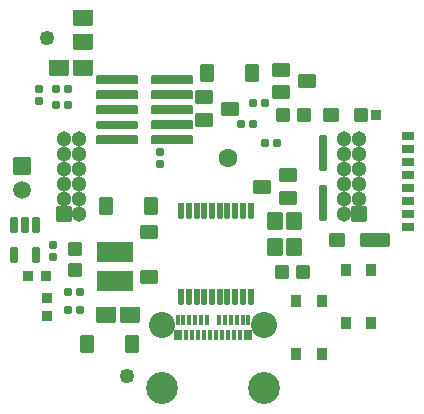
<source format=gbr>
G04 #@! TF.GenerationSoftware,KiCad,Pcbnew,7.0.7*
G04 #@! TF.CreationDate,2024-10-23T00:01:57-07:00*
G04 #@! TF.ProjectId,ESP_POE_1.4b,4553505f-504f-4455-9f31-2e34622e6b69,K*
G04 #@! TF.SameCoordinates,Original*
G04 #@! TF.FileFunction,Soldermask,Top*
G04 #@! TF.FilePolarity,Negative*
%FSLAX46Y46*%
G04 Gerber Fmt 4.6, Leading zero omitted, Abs format (unit mm)*
G04 Created by KiCad (PCBNEW 7.0.7) date 2024-10-23 00:01:57*
%MOMM*%
%LPD*%
G01*
G04 APERTURE LIST*
G04 Aperture macros list*
%AMRoundRect*
0 Rectangle with rounded corners*
0 $1 Rounding radius*
0 $2 $3 $4 $5 $6 $7 $8 $9 X,Y pos of 4 corners*
0 Add a 4 corners polygon primitive as box body*
4,1,4,$2,$3,$4,$5,$6,$7,$8,$9,$2,$3,0*
0 Add four circle primitives for the rounded corners*
1,1,$1+$1,$2,$3*
1,1,$1+$1,$4,$5*
1,1,$1+$1,$6,$7*
1,1,$1+$1,$8,$9*
0 Add four rect primitives between the rounded corners*
20,1,$1+$1,$2,$3,$4,$5,0*
20,1,$1+$1,$4,$5,$6,$7,0*
20,1,$1+$1,$6,$7,$8,$9,0*
20,1,$1+$1,$8,$9,$2,$3,0*%
G04 Aperture macros list end*
%ADD10RoundRect,0.050800X-0.762000X-0.635000X0.762000X-0.635000X0.762000X0.635000X-0.762000X0.635000X0*%
%ADD11C,1.254000*%
%ADD12RoundRect,0.050800X0.250000X0.275000X-0.250000X0.275000X-0.250000X-0.275000X0.250000X-0.275000X0*%
%ADD13RoundRect,0.050800X-0.250000X-0.275000X0.250000X-0.275000X0.250000X0.275000X-0.250000X0.275000X0*%
%ADD14RoundRect,0.050800X0.508000X-0.508000X0.508000X0.508000X-0.508000X0.508000X-0.508000X-0.508000X0*%
%ADD15RoundRect,0.050800X0.275000X-0.600000X0.275000X0.600000X-0.275000X0.600000X-0.275000X-0.600000X0*%
%ADD16RoundRect,0.050800X-0.400000X-0.400000X0.400000X-0.400000X0.400000X0.400000X-0.400000X0.400000X0*%
%ADD17RoundRect,0.050800X0.400000X-0.400000X0.400000X0.400000X-0.400000X0.400000X-0.400000X-0.400000X0*%
%ADD18RoundRect,0.050800X-1.500000X0.800000X-1.500000X-0.800000X1.500000X-0.800000X1.500000X0.800000X0*%
%ADD19RoundRect,0.050800X-0.508000X-0.508000X0.508000X-0.508000X0.508000X0.508000X-0.508000X0.508000X0*%
%ADD20RoundRect,0.050800X0.762000X0.635000X-0.762000X0.635000X-0.762000X-0.635000X0.762000X-0.635000X0*%
%ADD21RoundRect,0.050800X0.700000X0.500000X-0.700000X0.500000X-0.700000X-0.500000X0.700000X-0.500000X0*%
%ADD22RoundRect,0.050800X-0.700000X-0.500000X0.700000X-0.500000X0.700000X0.500000X-0.700000X0.500000X0*%
%ADD23RoundRect,0.050800X-0.275000X0.250000X-0.275000X-0.250000X0.275000X-0.250000X0.275000X0.250000X0*%
%ADD24RoundRect,0.050800X0.275000X-0.250000X0.275000X0.250000X-0.275000X0.250000X-0.275000X-0.250000X0*%
%ADD25RoundRect,0.050800X-0.162500X-0.635000X0.162500X-0.635000X0.162500X0.635000X-0.162500X0.635000X0*%
%ADD26RoundRect,0.050800X-0.600000X0.700000X-0.600000X-0.700000X0.600000X-0.700000X0.600000X0.700000X0*%
%ADD27RoundRect,0.050800X0.700000X-0.500000X0.700000X0.500000X-0.700000X0.500000X-0.700000X-0.500000X0*%
%ADD28RoundRect,0.050800X-0.500000X-0.700000X0.500000X-0.700000X0.500000X0.700000X-0.500000X0.700000X0*%
%ADD29RoundRect,0.050800X0.500000X0.700000X-0.500000X0.700000X-0.500000X-0.700000X0.500000X-0.700000X0*%
%ADD30RoundRect,0.050800X-1.714151X0.330200X-1.714151X-0.330200X1.714151X-0.330200X1.714151X0.330200X0*%
%ADD31RoundRect,0.050800X-1.714151X0.292100X-1.714151X-0.292100X1.714151X-0.292100X1.714151X0.292100X0*%
%ADD32RoundRect,0.050800X-0.700000X0.700000X-0.700000X-0.700000X0.700000X-0.700000X0.700000X0.700000X0*%
%ADD33C,1.501600*%
%ADD34RoundRect,0.050800X0.355600X-0.495300X0.355600X0.495300X-0.355600X0.495300X-0.355600X-0.495300X0*%
%ADD35RoundRect,0.050800X-0.150000X-0.350000X0.150000X-0.350000X0.150000X0.350000X-0.150000X0.350000X0*%
%ADD36RoundRect,0.050800X-0.325000X-0.350000X0.325000X-0.350000X0.325000X0.350000X-0.325000X0.350000X0*%
%ADD37C,2.201600*%
%ADD38C,2.701600*%
%ADD39RoundRect,0.102000X-0.550000X0.550000X-0.550000X-0.550000X0.550000X-0.550000X0.550000X0.550000X0*%
%ADD40C,1.304000*%
%ADD41RoundRect,0.050800X0.279400X-1.460500X0.279400X1.460500X-0.279400X1.460500X-0.279400X-1.460500X0*%
%ADD42RoundRect,0.050800X0.546100X-0.520700X0.546100X0.520700X-0.546100X0.520700X-0.546100X-0.520700X0*%
%ADD43RoundRect,0.050800X0.596900X-0.520700X0.596900X0.520700X-0.596900X0.520700X-0.596900X-0.520700X0*%
%ADD44RoundRect,0.050800X1.193800X-0.520700X1.193800X0.520700X-1.193800X0.520700X-1.193800X-0.520700X0*%
%ADD45RoundRect,0.050800X0.495300X-0.254000X0.495300X0.254000X-0.495300X0.254000X-0.495300X-0.254000X0*%
%ADD46RoundRect,0.050800X0.393700X-0.355600X0.393700X0.355600X-0.393700X0.355600X-0.393700X-0.355600X0*%
%ADD47C,1.601600*%
G04 APERTURE END LIST*
D10*
X77571600Y-134874000D03*
X79603600Y-134874000D03*
D11*
X76555600Y-132283200D03*
D12*
X77266800Y-137972800D03*
D13*
X78282800Y-137972800D03*
D14*
X78892400Y-151942800D03*
X78892400Y-150164800D03*
D15*
X75626000Y-148102800D03*
X74676000Y-148102800D03*
X73726000Y-148102800D03*
X73726000Y-150702800D03*
X75626000Y-150702800D03*
D13*
X79349600Y-153822400D03*
D12*
X78333600Y-153822400D03*
D16*
X76441300Y-152425400D03*
X74917300Y-152425400D03*
D17*
X76504800Y-154279600D03*
X76504800Y-155803600D03*
D12*
X78333600Y-155346400D03*
D13*
X79349600Y-155346400D03*
D11*
X83312000Y-160934400D03*
D18*
X82245200Y-152838000D03*
X82245200Y-150438000D03*
D19*
X96469200Y-138785600D03*
X98247200Y-138785600D03*
D20*
X83515200Y-155752800D03*
X81483200Y-155752800D03*
D19*
X96443800Y-152095200D03*
X98221800Y-152095200D03*
D21*
X96367600Y-134975600D03*
X96367600Y-136878060D03*
X98577400Y-135923020D03*
D13*
X94945200Y-137769600D03*
D12*
X93929200Y-137769600D03*
D13*
X93980000Y-139598400D03*
D12*
X92964000Y-139598400D03*
D22*
X96916240Y-145831560D03*
X96916240Y-143929100D03*
X94706440Y-144884140D03*
D21*
X89773760Y-137327640D03*
X89773760Y-139230100D03*
X91983560Y-138275060D03*
D12*
X77266800Y-136652000D03*
D13*
X78282800Y-136652000D03*
D23*
X86106000Y-143002000D03*
D24*
X86106000Y-141986000D03*
D13*
X95961200Y-141173200D03*
D12*
X94945200Y-141173200D03*
D25*
X87905400Y-154190700D03*
X88555400Y-154190700D03*
X89205400Y-154190700D03*
X89855400Y-154190700D03*
X90505400Y-154190700D03*
X91155400Y-154190700D03*
X91805400Y-154190700D03*
X92455400Y-154190700D03*
X93105400Y-154190700D03*
X93755400Y-154190700D03*
X93755400Y-146951700D03*
X93105400Y-146951700D03*
X92455400Y-146951700D03*
X91805400Y-146951700D03*
X91155400Y-146951700D03*
X90505400Y-146951700D03*
X89855400Y-146951700D03*
X89205400Y-146951700D03*
X88555400Y-146951700D03*
X87905400Y-146951700D03*
D26*
X95859600Y-147832800D03*
X97459600Y-150032800D03*
X97459600Y-147832800D03*
X95859600Y-150032800D03*
D27*
X85140800Y-152542400D03*
X85140800Y-148742400D03*
D28*
X81513600Y-146507200D03*
X85313600Y-146507200D03*
X90078400Y-135280400D03*
X93878400Y-135280400D03*
D29*
X83688000Y-158242000D03*
X79888000Y-158242000D03*
D20*
X79603600Y-132638800D03*
X79603600Y-130606800D03*
D30*
X82429002Y-135877300D03*
X87128700Y-135877300D03*
X82429002Y-137147300D03*
X87128700Y-137147300D03*
X82429002Y-138417300D03*
X87128700Y-138417300D03*
D31*
X82429002Y-139649200D03*
D30*
X87128700Y-139687300D03*
X82429002Y-140957300D03*
X87128700Y-140957300D03*
D23*
X77063600Y-150825200D03*
D24*
X77063600Y-149809200D03*
D23*
X75844400Y-137668000D03*
D24*
X75844400Y-136652000D03*
D32*
X74389520Y-143148050D03*
D33*
X74392060Y-145177510D03*
D34*
X101845801Y-156428001D03*
X101845801Y-151927999D03*
X103995799Y-156428001D03*
X103995799Y-151927999D03*
D35*
X87576400Y-156179400D03*
X88076400Y-156179400D03*
X88576400Y-156179400D03*
X89076400Y-156179400D03*
X89576400Y-156179400D03*
X90076400Y-156179400D03*
X91076400Y-156179400D03*
X91576400Y-156179400D03*
X92076400Y-156179400D03*
X92576400Y-156179400D03*
X93076400Y-156179400D03*
X93576400Y-156179400D03*
D36*
X93501400Y-157479400D03*
D35*
X92826400Y-157479400D03*
X92326400Y-157479400D03*
X91826400Y-157479400D03*
X91326400Y-157479400D03*
X90826400Y-157479400D03*
X90326400Y-157479400D03*
X89826400Y-157479400D03*
X89326400Y-157479400D03*
X88826400Y-157479400D03*
X88326400Y-157479400D03*
D36*
X87651400Y-157479400D03*
D37*
X86256400Y-156589400D03*
D38*
X86256400Y-161949400D03*
D37*
X94896400Y-156589400D03*
D38*
X94896400Y-161949400D03*
D34*
X97621202Y-159033602D03*
X97621202Y-154533600D03*
X99771200Y-159033602D03*
X99771200Y-154533600D03*
D39*
X77927200Y-147218400D03*
D40*
X79197200Y-147218400D03*
X77927200Y-145948400D03*
X79197200Y-145948400D03*
X77927200Y-144678400D03*
X79197200Y-144678400D03*
X77927200Y-143408400D03*
X79197200Y-143408400D03*
X77927200Y-142138400D03*
X79197200Y-142138400D03*
X77927200Y-140868400D03*
X79197200Y-140868400D03*
D41*
X99851401Y-146260600D03*
X99851401Y-142070600D03*
D42*
X103136401Y-138790599D03*
D43*
X100526401Y-138790599D03*
X101096402Y-149440565D03*
D44*
X104281402Y-149440601D03*
D45*
X107086400Y-140565599D03*
X107086400Y-141665600D03*
X107086400Y-142765600D03*
X107086400Y-143865600D03*
X107086400Y-144965601D03*
X107086400Y-146065601D03*
X107086400Y-147165602D03*
X107086400Y-148265599D03*
D46*
X104406401Y-138805600D03*
D47*
X91888000Y-142420000D03*
D39*
X102920800Y-147218400D03*
D40*
X101650800Y-147218400D03*
X102920800Y-145948400D03*
X101650800Y-145948400D03*
X102920800Y-144678400D03*
X101650800Y-144678400D03*
X102920800Y-143408400D03*
X101650800Y-143408400D03*
X102920800Y-142138400D03*
X101650800Y-142138400D03*
X102920800Y-140868400D03*
X101650800Y-140868400D03*
M02*

</source>
